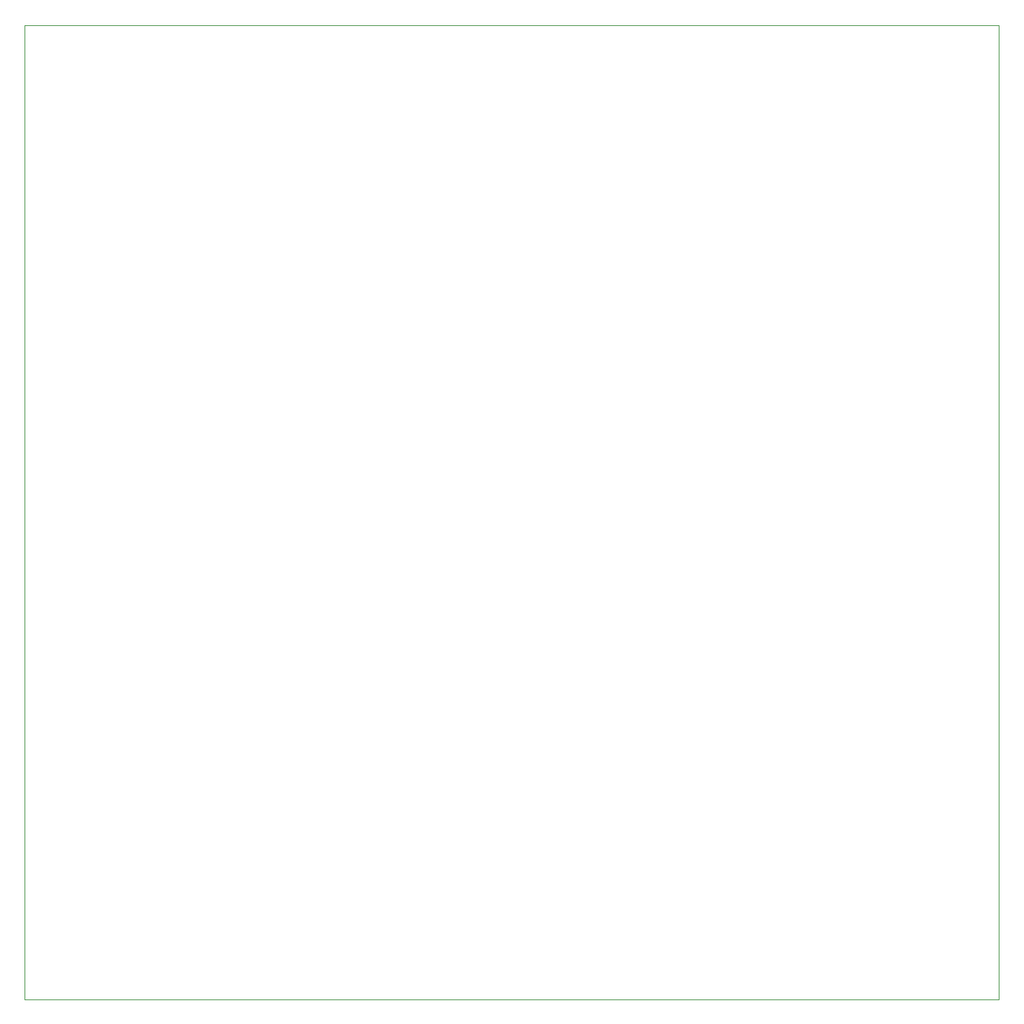
<source format=gbr>
%TF.GenerationSoftware,KiCad,Pcbnew,(5.1.9)-1*%
%TF.CreationDate,2022-01-30T23:42:20-06:00*%
%TF.ProjectId,V2_load_cell,56325f6c-6f61-4645-9f63-656c6c2e6b69,rev?*%
%TF.SameCoordinates,Original*%
%TF.FileFunction,Profile,NP*%
%FSLAX46Y46*%
G04 Gerber Fmt 4.6, Leading zero omitted, Abs format (unit mm)*
G04 Created by KiCad (PCBNEW (5.1.9)-1) date 2022-01-30 23:42:20*
%MOMM*%
%LPD*%
G01*
G04 APERTURE LIST*
%TA.AperFunction,Profile*%
%ADD10C,0.050000*%
%TD*%
%TA.AperFunction,Profile*%
%ADD11C,0.100000*%
%TD*%
G04 APERTURE END LIST*
D10*
X12065000Y-12065000D02*
X12065000Y-126365000D01*
D11*
X12065000Y-12065000D02*
X126365000Y-12065000D01*
D10*
X126365000Y-126365000D02*
X12065000Y-126365000D01*
D11*
X126365000Y-12065000D02*
X126365000Y-126365000D01*
M02*

</source>
